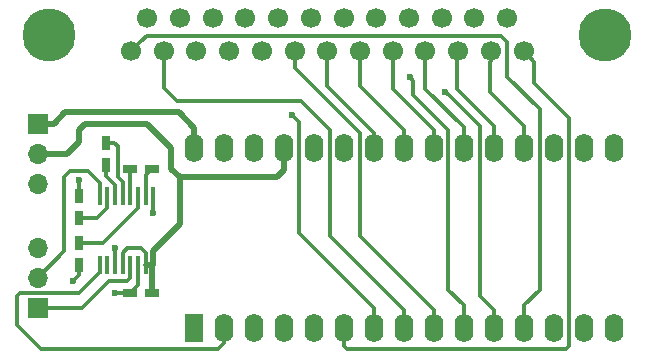
<source format=gtl>
G04 #@! TF.FileFunction,Copper,L1,Top,Signal*
%FSLAX46Y46*%
G04 Gerber Fmt 4.6, Leading zero omitted, Abs format (unit mm)*
G04 Created by KiCad (PCBNEW 4.0.5) date 07/09/17 13:00:44*
%MOMM*%
%LPD*%
G01*
G04 APERTURE LIST*
%ADD10C,0.100000*%
%ADD11R,1.600000X2.400000*%
%ADD12O,1.600000X2.400000*%
%ADD13R,1.200000X0.750000*%
%ADD14R,0.750000X1.200000*%
%ADD15R,1.700000X1.700000*%
%ADD16O,1.700000X1.700000*%
%ADD17R,0.450000X1.500000*%
%ADD18C,4.500000*%
%ADD19C,1.700000*%
%ADD20C,0.600000*%
%ADD21C,0.300000*%
%ADD22C,0.500000*%
G04 APERTURE END LIST*
D10*
D11*
X186220000Y-121240000D03*
D12*
X219240000Y-106000000D03*
X188760000Y-121240000D03*
X216700000Y-106000000D03*
X191300000Y-121240000D03*
X214160000Y-106000000D03*
X193840000Y-121240000D03*
X211620000Y-106000000D03*
X196380000Y-121240000D03*
X209080000Y-106000000D03*
X198920000Y-121240000D03*
X206540000Y-106000000D03*
X201460000Y-121240000D03*
X204000000Y-106000000D03*
X204000000Y-121240000D03*
X201460000Y-106000000D03*
X206540000Y-121240000D03*
X198920000Y-106000000D03*
X209080000Y-121240000D03*
X196380000Y-106000000D03*
X211620000Y-121240000D03*
X193840000Y-106000000D03*
X214160000Y-121240000D03*
X191300000Y-106000000D03*
X216700000Y-121240000D03*
X188760000Y-106000000D03*
X219240000Y-121240000D03*
X186220000Y-106000000D03*
X221780000Y-121240000D03*
X221780000Y-106000000D03*
D13*
X182700000Y-107750000D03*
X180800000Y-107750000D03*
X182700000Y-118250000D03*
X180800000Y-118250000D03*
D14*
X176500000Y-114050000D03*
X176500000Y-115950000D03*
X178750000Y-105550000D03*
X178750000Y-107450000D03*
X176500000Y-111950000D03*
X176500000Y-110050000D03*
D15*
X173000000Y-103960000D03*
D16*
X173000000Y-106500000D03*
X173000000Y-109040000D03*
D15*
X173000000Y-119540000D03*
D16*
X173000000Y-117000000D03*
X173000000Y-114460000D03*
D17*
X182775000Y-110050000D03*
X182125000Y-110050000D03*
X181475000Y-110050000D03*
X180825000Y-110050000D03*
X180175000Y-110050000D03*
X179525000Y-110050000D03*
X178875000Y-110050000D03*
X178225000Y-110050000D03*
X178225000Y-115950000D03*
X178875000Y-115950000D03*
X179525000Y-115950000D03*
X180175000Y-115950000D03*
X180825000Y-115950000D03*
X181475000Y-115950000D03*
X182125000Y-115950000D03*
X182775000Y-115950000D03*
D18*
X173950000Y-96420000D03*
X221050000Y-96420000D03*
D19*
X214120000Y-97840000D03*
X211350000Y-97840000D03*
X208580000Y-97840000D03*
X205810000Y-97840000D03*
X203040000Y-97840000D03*
X200270000Y-97840000D03*
X197500000Y-97840000D03*
X194730000Y-97840000D03*
X191960000Y-97840000D03*
X189190000Y-97840000D03*
X186420000Y-97840000D03*
X183650000Y-97840000D03*
X180880000Y-97840000D03*
X212735000Y-95000000D03*
X209965000Y-95000000D03*
X207195000Y-95000000D03*
X204425000Y-95000000D03*
X201655000Y-95000000D03*
X198885000Y-95000000D03*
X196115000Y-95000000D03*
X193345000Y-95000000D03*
X190575000Y-95000000D03*
X187805000Y-95000000D03*
X185035000Y-95000000D03*
X182265000Y-95000000D03*
D20*
X176500000Y-108750000D03*
X182750000Y-111500000D03*
X179500000Y-118250000D03*
X176000000Y-117250000D03*
X204500000Y-100000000D03*
X207500000Y-101250000D03*
X194500000Y-103250000D03*
X179500000Y-114500000D03*
D21*
X182125000Y-110050000D02*
X182125000Y-108325000D01*
X182125000Y-108325000D02*
X182700000Y-107750000D01*
X180825000Y-110050000D02*
X180825000Y-107775000D01*
X180825000Y-107775000D02*
X180800000Y-107750000D01*
D22*
X182700000Y-118250000D02*
X182700000Y-116025000D01*
X182700000Y-116025000D02*
X182775000Y-115950000D01*
X182775000Y-115950000D02*
X182150001Y-115950000D01*
X185000000Y-108500000D02*
X185000000Y-112475000D01*
X185000000Y-112475000D02*
X182775000Y-114700000D01*
X182775000Y-114700000D02*
X182775000Y-115950000D01*
X173000000Y-106500000D02*
X175500000Y-106500000D01*
X176500000Y-104500000D02*
X177000000Y-104000000D01*
X175500000Y-106500000D02*
X176500000Y-105500000D01*
X176500000Y-105500000D02*
X176500000Y-104500000D01*
X177000000Y-104000000D02*
X182250000Y-104000000D01*
X182250000Y-104000000D02*
X184250000Y-106000000D01*
X184250000Y-106000000D02*
X184250000Y-107750000D01*
X184250000Y-107750000D02*
X185000000Y-108500000D01*
X193840000Y-107910000D02*
X193840000Y-106000000D01*
X185000000Y-108500000D02*
X193250000Y-108500000D01*
X193250000Y-108500000D02*
X193840000Y-107910000D01*
D21*
X181750000Y-114500000D02*
X182125000Y-114875000D01*
X182125000Y-114875000D02*
X182125000Y-115950000D01*
X180575000Y-114500000D02*
X181750000Y-114500000D01*
X180175000Y-115950000D02*
X180175000Y-114900000D01*
X180175000Y-114900000D02*
X180575000Y-114500000D01*
X176500000Y-110050000D02*
X176500000Y-108750000D01*
X180800000Y-118250000D02*
X181475000Y-117575000D01*
X181475000Y-117575000D02*
X181475000Y-115950000D01*
X182775000Y-110050000D02*
X182775000Y-111475000D01*
X182775000Y-111475000D02*
X182750000Y-111500000D01*
X180800000Y-118250000D02*
X179500000Y-118250000D01*
X176500000Y-115950000D02*
X176500000Y-116750000D01*
X176500000Y-116750000D02*
X176000000Y-117250000D01*
X176500000Y-114050000D02*
X178525000Y-114050000D01*
X178525000Y-114050000D02*
X181475000Y-111100000D01*
X181475000Y-111100000D02*
X181475000Y-110050000D01*
X179750000Y-108500000D02*
X180175000Y-108925000D01*
X180175000Y-108925000D02*
X180175000Y-110050000D01*
X179750000Y-105875000D02*
X179750000Y-108500000D01*
X178750000Y-105550000D02*
X179425000Y-105550000D01*
X179425000Y-105550000D02*
X179750000Y-105875000D01*
X178750000Y-107450000D02*
X178750000Y-108350000D01*
X178750000Y-108350000D02*
X179525000Y-109125000D01*
X179525000Y-109125000D02*
X179525000Y-110050000D01*
X176500000Y-111950000D02*
X178025000Y-111950000D01*
X178025000Y-111950000D02*
X178875000Y-111100000D01*
X178875000Y-111100000D02*
X178875000Y-110050000D01*
D22*
X184920000Y-103000000D02*
X175310000Y-103000000D01*
X175310000Y-103000000D02*
X174350000Y-103960000D01*
X174350000Y-103960000D02*
X173000000Y-103960000D01*
X186220000Y-106000000D02*
X186220000Y-104300000D01*
X186220000Y-104300000D02*
X184920000Y-103000000D01*
D21*
X214120000Y-97840000D02*
X214969999Y-98689999D01*
X214969999Y-98689999D02*
X214969999Y-100469999D01*
X214969999Y-100469999D02*
X218000000Y-103500000D01*
X218000000Y-122750000D02*
X217750000Y-123000000D01*
X199180000Y-123000000D02*
X198920000Y-122740000D01*
X218000000Y-103500000D02*
X218000000Y-122750000D01*
X217750000Y-123000000D02*
X199180000Y-123000000D01*
X198920000Y-122740000D02*
X198920000Y-121240000D01*
X211350000Y-97840000D02*
X211350000Y-98650000D01*
X211350000Y-98650000D02*
X211250000Y-98750000D01*
X211250000Y-98750000D02*
X211250000Y-101250000D01*
X211250000Y-101250000D02*
X214160000Y-104160000D01*
X214160000Y-104160000D02*
X214160000Y-106000000D01*
X214160000Y-106000000D02*
X214160000Y-105600000D01*
X214160000Y-105600000D02*
X214000000Y-105440000D01*
X211620000Y-106000000D02*
X211620000Y-104120000D01*
X211620000Y-104120000D02*
X208500000Y-101000000D01*
X208500000Y-101000000D02*
X208500000Y-97920000D01*
X208500000Y-97920000D02*
X208580000Y-97840000D01*
X209080000Y-106000000D02*
X209080000Y-104270000D01*
X209080000Y-104270000D02*
X205810000Y-101000000D01*
X205810000Y-101000000D02*
X205810000Y-99042081D01*
X205810000Y-99042081D02*
X205810000Y-97840000D01*
X206540000Y-106000000D02*
X206540000Y-104500000D01*
X206540000Y-104500000D02*
X203040000Y-101000000D01*
X203040000Y-101000000D02*
X203040000Y-99042081D01*
X203040000Y-99042081D02*
X203040000Y-97840000D01*
X204000000Y-106000000D02*
X204000000Y-104500000D01*
X204000000Y-104500000D02*
X200270000Y-100770000D01*
X200270000Y-100770000D02*
X200270000Y-97840000D01*
X201500000Y-104750000D02*
X201460000Y-104790000D01*
X201460000Y-104790000D02*
X201460000Y-106000000D01*
X197500000Y-100750000D02*
X201500000Y-104750000D01*
X197500000Y-97840000D02*
X197500000Y-100750000D01*
X200250000Y-104750000D02*
X194730000Y-99230000D01*
X194730000Y-99230000D02*
X194730000Y-97840000D01*
X200250000Y-113450000D02*
X200250000Y-104750000D01*
X206540000Y-121240000D02*
X206540000Y-119740000D01*
X206540000Y-119740000D02*
X200250000Y-113450000D01*
X204500000Y-100000000D02*
X204799999Y-100299999D01*
X204799999Y-101549999D02*
X207750000Y-104500000D01*
X204799999Y-100299999D02*
X204799999Y-101549999D01*
X207750000Y-104500000D02*
X207750000Y-118000000D01*
X207750000Y-118000000D02*
X209080000Y-119330000D01*
X209080000Y-119330000D02*
X209080000Y-121240000D01*
X211620000Y-121240000D02*
X211620000Y-119740000D01*
X211620000Y-119740000D02*
X210400000Y-118520000D01*
X210400000Y-118520000D02*
X210400000Y-104150000D01*
X210400000Y-104150000D02*
X207799999Y-101549999D01*
X207799999Y-101549999D02*
X207500000Y-101250000D01*
X195100000Y-113200000D02*
X201460000Y-119560000D01*
X201460000Y-119560000D02*
X201460000Y-121240000D01*
X195100000Y-103850000D02*
X195100000Y-113200000D01*
X194500000Y-103250000D02*
X195100000Y-103850000D01*
X204000000Y-121240000D02*
X204000000Y-119740000D01*
X204000000Y-119740000D02*
X197700000Y-113440000D01*
X197700000Y-113440000D02*
X197700000Y-104450000D01*
X197700000Y-104450000D02*
X195250000Y-102000000D01*
X195250000Y-102000000D02*
X184750000Y-102000000D01*
X184750000Y-102000000D02*
X183650000Y-100900000D01*
X183650000Y-100900000D02*
X183650000Y-97840000D01*
X180880000Y-97840000D02*
X181729999Y-96990001D01*
X181729999Y-96990001D02*
X181759999Y-96990001D01*
X215500000Y-102750000D02*
X215500000Y-118000000D01*
X181759999Y-96990001D02*
X182250000Y-96500000D01*
X212750000Y-97000000D02*
X212750000Y-100000000D01*
X182250000Y-96500000D02*
X212250000Y-96500000D01*
X212250000Y-96500000D02*
X212750000Y-97000000D01*
X212750000Y-100000000D02*
X215500000Y-102750000D01*
X215500000Y-118000000D02*
X214160000Y-119340000D01*
X214160000Y-119340000D02*
X214160000Y-121240000D01*
X179000000Y-117250000D02*
X176710000Y-119540000D01*
X176710000Y-119540000D02*
X173000000Y-119540000D01*
X180575000Y-117250000D02*
X179000000Y-117250000D01*
X180825000Y-115950000D02*
X180825000Y-117000000D01*
X180825000Y-117000000D02*
X180575000Y-117250000D01*
X178225000Y-110050000D02*
X178225000Y-109025000D01*
X178225000Y-109025000D02*
X178250000Y-109000000D01*
X178250000Y-109000000D02*
X177250000Y-108000000D01*
X177250000Y-108000000D02*
X175750000Y-108000000D01*
X175750000Y-108000000D02*
X175250000Y-108500000D01*
X175250000Y-108500000D02*
X175250000Y-114750000D01*
X175250000Y-114750000D02*
X173000000Y-117000000D01*
X178225000Y-115950000D02*
X178225000Y-116475000D01*
X178225000Y-116475000D02*
X176450000Y-118250000D01*
X171250000Y-118500000D02*
X171250000Y-121000000D01*
X176450000Y-118250000D02*
X171500000Y-118250000D01*
X171500000Y-118250000D02*
X171250000Y-118500000D01*
X171250000Y-121000000D02*
X173250000Y-123000000D01*
X173250000Y-123000000D02*
X188250000Y-123000000D01*
X188250000Y-123000000D02*
X188760000Y-122490000D01*
X188760000Y-122490000D02*
X188760000Y-121240000D01*
X178225000Y-115950000D02*
X178225000Y-116525000D01*
X179500000Y-114500000D02*
X179500000Y-115925000D01*
X179500000Y-115925000D02*
X179525000Y-115950000D01*
M02*

</source>
